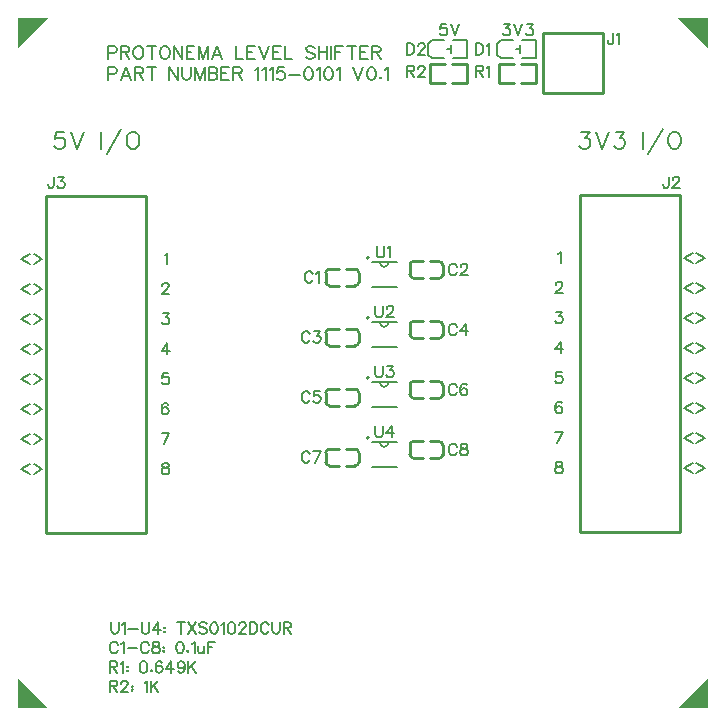
<source format=gto>
G04 Layer: TopSilkscreenLayer*
G04 Panelize: V-CUT, Column: 2, Row: 2, Board Size: 58.42mm x 58.42mm, Panelized Board Size: 118.84mm x 118.84mm*
G04 EasyEDA v6.5.34, 2023-09-17 23:44:37*
G04 cd246424f58644acbb11c68d5f65e239,5a6b42c53f6a479593ecc07194224c93,10*
G04 Gerber Generator version 0.2*
G04 Scale: 100 percent, Rotated: No, Reflected: No *
G04 Dimensions in millimeters *
G04 leading zeros omitted , absolute positions ,4 integer and 5 decimal *
%FSLAX45Y45*%
%MOMM*%

%ADD10C,0.1524*%
%ADD11C,0.2000*%
%ADD12C,0.2540*%
%ADD13C,0.1500*%

%LPD*%
D10*
X5506465Y4495037D02*
G01*
X5506465Y4422394D01*
X5501893Y4408678D01*
X5497322Y4404105D01*
X5488177Y4399534D01*
X5479288Y4399534D01*
X5470143Y4404105D01*
X5465572Y4408678D01*
X5461000Y4422394D01*
X5461000Y4431537D01*
X5541009Y4472431D02*
G01*
X5541009Y4477004D01*
X5545581Y4485894D01*
X5550154Y4490465D01*
X5559297Y4495037D01*
X5577331Y4495037D01*
X5586475Y4490465D01*
X5591047Y4485894D01*
X5595620Y4477004D01*
X5595620Y4467860D01*
X5591047Y4458715D01*
X5581904Y4445000D01*
X5536438Y4399534D01*
X5600191Y4399534D01*
X299465Y4495164D02*
G01*
X299465Y4422267D01*
X294894Y4408804D01*
X290321Y4404232D01*
X281178Y4399661D01*
X272287Y4399661D01*
X263144Y4404232D01*
X258571Y4408804D01*
X254000Y4422267D01*
X254000Y4431411D01*
X338581Y4495164D02*
G01*
X388620Y4495164D01*
X361187Y4458843D01*
X374904Y4458843D01*
X384047Y4454270D01*
X388620Y4449698D01*
X393192Y4435982D01*
X393192Y4426838D01*
X388620Y4413377D01*
X379476Y4404232D01*
X365760Y4399661D01*
X352297Y4399661D01*
X338581Y4404232D01*
X334010Y4408804D01*
X329437Y4417948D01*
D11*
X386587Y4875784D02*
G01*
X318515Y4875784D01*
X311657Y4814315D01*
X318515Y4821173D01*
X338836Y4828031D01*
X359410Y4828031D01*
X379729Y4821173D01*
X393445Y4807457D01*
X400304Y4787137D01*
X400304Y4773421D01*
X393445Y4753102D01*
X379729Y4739386D01*
X359410Y4732528D01*
X338836Y4732528D01*
X318515Y4739386D01*
X311657Y4746244D01*
X304800Y4759960D01*
X445262Y4875784D02*
G01*
X499871Y4732528D01*
X554228Y4875784D02*
G01*
X499871Y4732528D01*
X704342Y4875784D02*
G01*
X704342Y4732528D01*
X871981Y4902962D02*
G01*
X749300Y4684776D01*
X958087Y4875784D02*
G01*
X944371Y4868926D01*
X930655Y4855210D01*
X923797Y4841747D01*
X917194Y4821173D01*
X917194Y4787137D01*
X923797Y4766563D01*
X930655Y4753102D01*
X944371Y4739386D01*
X958087Y4732528D01*
X985265Y4732528D01*
X998981Y4739386D01*
X1012444Y4753102D01*
X1019302Y4766563D01*
X1026160Y4787137D01*
X1026160Y4821173D01*
X1019302Y4841747D01*
X1012444Y4855210D01*
X998981Y4868926D01*
X985265Y4875784D01*
X958087Y4875784D01*
X4763515Y4875784D02*
G01*
X4838445Y4875784D01*
X4797552Y4821173D01*
X4817872Y4821173D01*
X4831588Y4814315D01*
X4838445Y4807457D01*
X4845304Y4787137D01*
X4845304Y4773421D01*
X4838445Y4753102D01*
X4824729Y4739386D01*
X4804409Y4732528D01*
X4783836Y4732528D01*
X4763515Y4739386D01*
X4756658Y4746244D01*
X4749800Y4759960D01*
X4890261Y4875784D02*
G01*
X4944872Y4732528D01*
X4999227Y4875784D02*
G01*
X4944872Y4732528D01*
X5057902Y4875784D02*
G01*
X5133086Y4875784D01*
X5092191Y4821173D01*
X5112511Y4821173D01*
X5126227Y4814315D01*
X5133086Y4807457D01*
X5139690Y4787137D01*
X5139690Y4773421D01*
X5133086Y4753102D01*
X5119370Y4739386D01*
X5098795Y4732528D01*
X5078475Y4732528D01*
X5057902Y4739386D01*
X5051043Y4746244D01*
X5044440Y4759960D01*
X5289804Y4875784D02*
G01*
X5289804Y4732528D01*
X5457443Y4902962D02*
G01*
X5334761Y4684776D01*
X5543550Y4875784D02*
G01*
X5529834Y4868926D01*
X5516118Y4855210D01*
X5509259Y4841747D01*
X5502402Y4821173D01*
X5502402Y4787137D01*
X5509259Y4766563D01*
X5516118Y4753102D01*
X5529834Y4739386D01*
X5543550Y4732528D01*
X5570727Y4732528D01*
X5584443Y4739386D01*
X5597906Y4753102D01*
X5604763Y4766563D01*
X5611622Y4787137D01*
X5611622Y4821173D01*
X5604763Y4841747D01*
X5597906Y4855210D01*
X5584443Y4868926D01*
X5570727Y4875784D01*
X5543550Y4875784D01*
D10*
X4569211Y2082154D02*
G01*
X4555749Y2077582D01*
X4551177Y2068438D01*
X4551177Y2059294D01*
X4555749Y2050404D01*
X4564639Y2045832D01*
X4582927Y2041260D01*
X4596643Y2036688D01*
X4605787Y2027544D01*
X4610105Y2018400D01*
X4610105Y2004938D01*
X4605787Y1995794D01*
X4601215Y1991222D01*
X4587499Y1986650D01*
X4569211Y1986650D01*
X4555749Y1991222D01*
X4551177Y1995794D01*
X4546605Y2004938D01*
X4546605Y2018400D01*
X4551177Y2027544D01*
X4560321Y2036688D01*
X4573783Y2041260D01*
X4592071Y2045832D01*
X4601215Y2050404D01*
X4605787Y2059294D01*
X4605787Y2068438D01*
X4601215Y2077582D01*
X4587499Y2082154D01*
X4569211Y2082154D01*
X4610105Y2336154D02*
G01*
X4564639Y2240650D01*
X4546605Y2336154D02*
G01*
X4610105Y2336154D01*
X4601215Y2576438D02*
G01*
X4596643Y2585582D01*
X4582927Y2590154D01*
X4573783Y2590154D01*
X4560321Y2585582D01*
X4551177Y2571866D01*
X4546605Y2549260D01*
X4546605Y2526400D01*
X4551177Y2508366D01*
X4560321Y2499222D01*
X4573783Y2494650D01*
X4578355Y2494650D01*
X4592071Y2499222D01*
X4601215Y2508366D01*
X4605787Y2521828D01*
X4605787Y2526400D01*
X4601215Y2540116D01*
X4592071Y2549260D01*
X4578355Y2553832D01*
X4573783Y2553832D01*
X4560321Y2549260D01*
X4551177Y2540116D01*
X4546605Y2526400D01*
X4601215Y2844154D02*
G01*
X4555749Y2844154D01*
X4551177Y2803260D01*
X4555749Y2807832D01*
X4569211Y2812404D01*
X4582927Y2812404D01*
X4596643Y2807832D01*
X4605787Y2798688D01*
X4610105Y2784972D01*
X4610105Y2775828D01*
X4605787Y2762366D01*
X4596643Y2753222D01*
X4582927Y2748650D01*
X4569211Y2748650D01*
X4555749Y2753222D01*
X4551177Y2757794D01*
X4546605Y2766938D01*
X4592071Y3098154D02*
G01*
X4546605Y3034400D01*
X4614677Y3034400D01*
X4592071Y3098154D02*
G01*
X4592071Y3002650D01*
X4555749Y3352152D02*
G01*
X4605787Y3352152D01*
X4578355Y3315830D01*
X4592071Y3315830D01*
X4601215Y3311258D01*
X4605787Y3306686D01*
X4610105Y3292970D01*
X4610105Y3283826D01*
X4605787Y3270364D01*
X4596643Y3261220D01*
X4582927Y3256648D01*
X4569211Y3256648D01*
X4555749Y3261220D01*
X4551177Y3265792D01*
X4546605Y3274936D01*
X4551177Y3583292D02*
G01*
X4551177Y3587864D01*
X4555749Y3597008D01*
X4560321Y3601580D01*
X4569211Y3606152D01*
X4587499Y3606152D01*
X4596643Y3601580D01*
X4601215Y3597008D01*
X4605787Y3587864D01*
X4605787Y3578720D01*
X4601215Y3569830D01*
X4592071Y3556114D01*
X4546605Y3510648D01*
X4610105Y3510648D01*
X4572020Y3841882D02*
G01*
X4581164Y3846454D01*
X4594626Y3860170D01*
X4594626Y3764666D01*
X1238229Y2072248D02*
G01*
X1224767Y2067676D01*
X1220195Y2058532D01*
X1220195Y2049388D01*
X1224767Y2040498D01*
X1233657Y2035926D01*
X1251945Y2031354D01*
X1265661Y2026782D01*
X1274805Y2017638D01*
X1279123Y2008494D01*
X1279123Y1995032D01*
X1274805Y1985888D01*
X1270233Y1981316D01*
X1256517Y1976744D01*
X1238229Y1976744D01*
X1224767Y1981316D01*
X1220195Y1985888D01*
X1215623Y1995032D01*
X1215623Y2008494D01*
X1220195Y2017638D01*
X1229339Y2026782D01*
X1242801Y2031354D01*
X1261089Y2035926D01*
X1270233Y2040498D01*
X1274805Y2049388D01*
X1274805Y2058532D01*
X1270233Y2067676D01*
X1256517Y2072248D01*
X1238229Y2072248D01*
X1279123Y2326248D02*
G01*
X1233657Y2230744D01*
X1215623Y2326248D02*
G01*
X1279123Y2326248D01*
X1270233Y2566532D02*
G01*
X1265661Y2575676D01*
X1251945Y2580248D01*
X1242801Y2580248D01*
X1229339Y2575676D01*
X1220195Y2561960D01*
X1215623Y2539354D01*
X1215623Y2516494D01*
X1220195Y2498460D01*
X1229339Y2489316D01*
X1242801Y2484744D01*
X1247373Y2484744D01*
X1261089Y2489316D01*
X1270233Y2498460D01*
X1274805Y2511922D01*
X1274805Y2516494D01*
X1270233Y2530210D01*
X1261089Y2539354D01*
X1247373Y2543926D01*
X1242801Y2543926D01*
X1229339Y2539354D01*
X1220195Y2530210D01*
X1215623Y2516494D01*
X1270233Y2834248D02*
G01*
X1224767Y2834248D01*
X1220195Y2793354D01*
X1224767Y2797926D01*
X1238229Y2802498D01*
X1251945Y2802498D01*
X1265661Y2797926D01*
X1274805Y2788782D01*
X1279123Y2775066D01*
X1279123Y2765922D01*
X1274805Y2752460D01*
X1265661Y2743316D01*
X1251945Y2738744D01*
X1238229Y2738744D01*
X1224767Y2743316D01*
X1220195Y2747888D01*
X1215623Y2757032D01*
X1261089Y3088248D02*
G01*
X1215623Y3024494D01*
X1283695Y3024494D01*
X1261089Y3088248D02*
G01*
X1261089Y2992744D01*
X1224767Y3342246D02*
G01*
X1274805Y3342246D01*
X1247373Y3305924D01*
X1261089Y3305924D01*
X1270233Y3301352D01*
X1274805Y3296780D01*
X1279123Y3283064D01*
X1279123Y3273920D01*
X1274805Y3260458D01*
X1265661Y3251314D01*
X1251945Y3246742D01*
X1238229Y3246742D01*
X1224767Y3251314D01*
X1220195Y3255886D01*
X1215623Y3265030D01*
X1220195Y3573386D02*
G01*
X1220195Y3577958D01*
X1224767Y3587102D01*
X1229339Y3591674D01*
X1238229Y3596246D01*
X1256517Y3596246D01*
X1265661Y3591674D01*
X1270233Y3587102D01*
X1274805Y3577958D01*
X1274805Y3568814D01*
X1270233Y3559924D01*
X1261089Y3546208D01*
X1215623Y3500742D01*
X1279123Y3500742D01*
X1241038Y3831976D02*
G01*
X1250182Y3836548D01*
X1263644Y3850264D01*
X1263644Y3754760D01*
X762000Y5601715D02*
G01*
X762000Y5492750D01*
X762000Y5601715D02*
G01*
X808736Y5601715D01*
X824229Y5596636D01*
X829563Y5591302D01*
X834644Y5580887D01*
X834644Y5565394D01*
X829563Y5554979D01*
X824229Y5549900D01*
X808736Y5544565D01*
X762000Y5544565D01*
X868934Y5601715D02*
G01*
X868934Y5492750D01*
X868934Y5601715D02*
G01*
X915670Y5601715D01*
X931418Y5596636D01*
X936497Y5591302D01*
X941831Y5580887D01*
X941831Y5570473D01*
X936497Y5560060D01*
X931418Y5554979D01*
X915670Y5549900D01*
X868934Y5549900D01*
X905510Y5549900D02*
G01*
X941831Y5492750D01*
X1007110Y5601715D02*
G01*
X996950Y5596636D01*
X986536Y5586221D01*
X981202Y5575807D01*
X976121Y5560060D01*
X976121Y5534152D01*
X981202Y5518657D01*
X986536Y5508244D01*
X996950Y5497829D01*
X1007110Y5492750D01*
X1027937Y5492750D01*
X1038352Y5497829D01*
X1048765Y5508244D01*
X1054100Y5518657D01*
X1059179Y5534152D01*
X1059179Y5560060D01*
X1054100Y5575807D01*
X1048765Y5586221D01*
X1038352Y5596636D01*
X1027937Y5601715D01*
X1007110Y5601715D01*
X1129792Y5601715D02*
G01*
X1129792Y5492750D01*
X1093470Y5601715D02*
G01*
X1166113Y5601715D01*
X1231645Y5601715D02*
G01*
X1221231Y5596636D01*
X1210818Y5586221D01*
X1205737Y5575807D01*
X1200404Y5560060D01*
X1200404Y5534152D01*
X1205737Y5518657D01*
X1210818Y5508244D01*
X1221231Y5497829D01*
X1231645Y5492750D01*
X1252473Y5492750D01*
X1262887Y5497829D01*
X1273302Y5508244D01*
X1278381Y5518657D01*
X1283715Y5534152D01*
X1283715Y5560060D01*
X1278381Y5575807D01*
X1273302Y5586221D01*
X1262887Y5596636D01*
X1252473Y5601715D01*
X1231645Y5601715D01*
X1318005Y5601715D02*
G01*
X1318005Y5492750D01*
X1318005Y5601715D02*
G01*
X1390650Y5492750D01*
X1390650Y5601715D02*
G01*
X1390650Y5492750D01*
X1424939Y5601715D02*
G01*
X1424939Y5492750D01*
X1424939Y5601715D02*
G01*
X1492504Y5601715D01*
X1424939Y5549900D02*
G01*
X1466595Y5549900D01*
X1424939Y5492750D02*
G01*
X1492504Y5492750D01*
X1526794Y5601715D02*
G01*
X1526794Y5492750D01*
X1526794Y5601715D02*
G01*
X1568450Y5492750D01*
X1609852Y5601715D02*
G01*
X1568450Y5492750D01*
X1609852Y5601715D02*
G01*
X1609852Y5492750D01*
X1685797Y5601715D02*
G01*
X1644142Y5492750D01*
X1685797Y5601715D02*
G01*
X1727200Y5492750D01*
X1659889Y5529071D02*
G01*
X1711705Y5529071D01*
X1841500Y5601715D02*
G01*
X1841500Y5492750D01*
X1841500Y5492750D02*
G01*
X1903984Y5492750D01*
X1938274Y5601715D02*
G01*
X1938274Y5492750D01*
X1938274Y5601715D02*
G01*
X2005838Y5601715D01*
X1938274Y5549900D02*
G01*
X1979929Y5549900D01*
X1938274Y5492750D02*
G01*
X2005838Y5492750D01*
X2040127Y5601715D02*
G01*
X2081529Y5492750D01*
X2123186Y5601715D02*
G01*
X2081529Y5492750D01*
X2157475Y5601715D02*
G01*
X2157475Y5492750D01*
X2157475Y5601715D02*
G01*
X2225040Y5601715D01*
X2157475Y5549900D02*
G01*
X2199131Y5549900D01*
X2157475Y5492750D02*
G01*
X2225040Y5492750D01*
X2259329Y5601715D02*
G01*
X2259329Y5492750D01*
X2259329Y5492750D02*
G01*
X2321559Y5492750D01*
X2508758Y5586221D02*
G01*
X2498343Y5596636D01*
X2482850Y5601715D01*
X2462022Y5601715D01*
X2446274Y5596636D01*
X2435859Y5586221D01*
X2435859Y5575807D01*
X2441193Y5565394D01*
X2446274Y5560060D01*
X2456688Y5554979D01*
X2487929Y5544565D01*
X2498343Y5539486D01*
X2503424Y5534152D01*
X2508758Y5523737D01*
X2508758Y5508244D01*
X2498343Y5497829D01*
X2482850Y5492750D01*
X2462022Y5492750D01*
X2446274Y5497829D01*
X2435859Y5508244D01*
X2543047Y5601715D02*
G01*
X2543047Y5492750D01*
X2615691Y5601715D02*
G01*
X2615691Y5492750D01*
X2543047Y5549900D02*
G01*
X2615691Y5549900D01*
X2649981Y5601715D02*
G01*
X2649981Y5492750D01*
X2684272Y5601715D02*
G01*
X2684272Y5492750D01*
X2684272Y5601715D02*
G01*
X2751836Y5601715D01*
X2684272Y5549900D02*
G01*
X2725927Y5549900D01*
X2822447Y5601715D02*
G01*
X2822447Y5492750D01*
X2786125Y5601715D02*
G01*
X2858770Y5601715D01*
X2893059Y5601715D02*
G01*
X2893059Y5492750D01*
X2893059Y5601715D02*
G01*
X2960624Y5601715D01*
X2893059Y5549900D02*
G01*
X2934715Y5549900D01*
X2893059Y5492750D02*
G01*
X2960624Y5492750D01*
X2994913Y5601715D02*
G01*
X2994913Y5492750D01*
X2994913Y5601715D02*
G01*
X3041650Y5601715D01*
X3057397Y5596636D01*
X3062477Y5591302D01*
X3067811Y5580887D01*
X3067811Y5570473D01*
X3062477Y5560060D01*
X3057397Y5554979D01*
X3041650Y5549900D01*
X2994913Y5549900D01*
X3031490Y5549900D02*
G01*
X3067811Y5492750D01*
X762000Y5423915D02*
G01*
X762000Y5314950D01*
X762000Y5423915D02*
G01*
X808736Y5423915D01*
X824229Y5418836D01*
X829563Y5413502D01*
X834644Y5403087D01*
X834644Y5387594D01*
X829563Y5377179D01*
X824229Y5372100D01*
X808736Y5366765D01*
X762000Y5366765D01*
X910589Y5423915D02*
G01*
X868934Y5314950D01*
X910589Y5423915D02*
G01*
X952245Y5314950D01*
X884681Y5351271D02*
G01*
X936497Y5351271D01*
X986536Y5423915D02*
G01*
X986536Y5314950D01*
X986536Y5423915D02*
G01*
X1033271Y5423915D01*
X1048765Y5418836D01*
X1054100Y5413502D01*
X1059179Y5403087D01*
X1059179Y5392673D01*
X1054100Y5382260D01*
X1048765Y5377179D01*
X1033271Y5372100D01*
X986536Y5372100D01*
X1022857Y5372100D02*
G01*
X1059179Y5314950D01*
X1129792Y5423915D02*
G01*
X1129792Y5314950D01*
X1093470Y5423915D02*
G01*
X1166113Y5423915D01*
X1280413Y5423915D02*
G01*
X1280413Y5314950D01*
X1280413Y5423915D02*
G01*
X1353312Y5314950D01*
X1353312Y5423915D02*
G01*
X1353312Y5314950D01*
X1387602Y5423915D02*
G01*
X1387602Y5345937D01*
X1392681Y5330444D01*
X1403095Y5320029D01*
X1418589Y5314950D01*
X1429004Y5314950D01*
X1444752Y5320029D01*
X1455165Y5330444D01*
X1460245Y5345937D01*
X1460245Y5423915D01*
X1494536Y5423915D02*
G01*
X1494536Y5314950D01*
X1494536Y5423915D02*
G01*
X1536192Y5314950D01*
X1577594Y5423915D02*
G01*
X1536192Y5314950D01*
X1577594Y5423915D02*
G01*
X1577594Y5314950D01*
X1611884Y5423915D02*
G01*
X1611884Y5314950D01*
X1611884Y5423915D02*
G01*
X1658620Y5423915D01*
X1674368Y5418836D01*
X1679447Y5413502D01*
X1684781Y5403087D01*
X1684781Y5392673D01*
X1679447Y5382260D01*
X1674368Y5377179D01*
X1658620Y5372100D01*
X1611884Y5372100D02*
G01*
X1658620Y5372100D01*
X1674368Y5366765D01*
X1679447Y5361686D01*
X1684781Y5351271D01*
X1684781Y5335523D01*
X1679447Y5325110D01*
X1674368Y5320029D01*
X1658620Y5314950D01*
X1611884Y5314950D01*
X1719071Y5423915D02*
G01*
X1719071Y5314950D01*
X1719071Y5423915D02*
G01*
X1786636Y5423915D01*
X1719071Y5372100D02*
G01*
X1760473Y5372100D01*
X1719071Y5314950D02*
G01*
X1786636Y5314950D01*
X1820926Y5423915D02*
G01*
X1820926Y5314950D01*
X1820926Y5423915D02*
G01*
X1867662Y5423915D01*
X1883155Y5418836D01*
X1888489Y5413502D01*
X1893570Y5403087D01*
X1893570Y5392673D01*
X1888489Y5382260D01*
X1883155Y5377179D01*
X1867662Y5372100D01*
X1820926Y5372100D01*
X1857247Y5372100D02*
G01*
X1893570Y5314950D01*
X2007870Y5403087D02*
G01*
X2018284Y5408421D01*
X2033777Y5423915D01*
X2033777Y5314950D01*
X2068068Y5403087D02*
G01*
X2078481Y5408421D01*
X2094229Y5423915D01*
X2094229Y5314950D01*
X2128520Y5403087D02*
G01*
X2138679Y5408421D01*
X2154427Y5423915D01*
X2154427Y5314950D01*
X2250947Y5423915D02*
G01*
X2199131Y5423915D01*
X2193797Y5377179D01*
X2199131Y5382260D01*
X2214625Y5387594D01*
X2230120Y5387594D01*
X2245868Y5382260D01*
X2256281Y5372100D01*
X2261361Y5356352D01*
X2261361Y5345937D01*
X2256281Y5330444D01*
X2245868Y5320029D01*
X2230120Y5314950D01*
X2214625Y5314950D01*
X2199131Y5320029D01*
X2193797Y5325110D01*
X2188718Y5335523D01*
X2295652Y5361686D02*
G01*
X2389124Y5361686D01*
X2454656Y5423915D02*
G01*
X2439161Y5418836D01*
X2428747Y5403087D01*
X2423413Y5377179D01*
X2423413Y5361686D01*
X2428747Y5335523D01*
X2439161Y5320029D01*
X2454656Y5314950D01*
X2465070Y5314950D01*
X2480563Y5320029D01*
X2490977Y5335523D01*
X2496311Y5361686D01*
X2496311Y5377179D01*
X2490977Y5403087D01*
X2480563Y5418836D01*
X2465070Y5423915D01*
X2454656Y5423915D01*
X2530602Y5403087D02*
G01*
X2541015Y5408421D01*
X2556509Y5423915D01*
X2556509Y5314950D01*
X2622041Y5423915D02*
G01*
X2606293Y5418836D01*
X2595879Y5403087D01*
X2590800Y5377179D01*
X2590800Y5361686D01*
X2595879Y5335523D01*
X2606293Y5320029D01*
X2622041Y5314950D01*
X2632456Y5314950D01*
X2647950Y5320029D01*
X2658363Y5335523D01*
X2663443Y5361686D01*
X2663443Y5377179D01*
X2658363Y5403087D01*
X2647950Y5418836D01*
X2632456Y5423915D01*
X2622041Y5423915D01*
X2697734Y5403087D02*
G01*
X2708147Y5408421D01*
X2723895Y5423915D01*
X2723895Y5314950D01*
X2838195Y5423915D02*
G01*
X2879597Y5314950D01*
X2921254Y5423915D02*
G01*
X2879597Y5314950D01*
X2986786Y5423915D02*
G01*
X2971038Y5418836D01*
X2960624Y5403087D01*
X2955543Y5377179D01*
X2955543Y5361686D01*
X2960624Y5335523D01*
X2971038Y5320029D01*
X2986786Y5314950D01*
X2997200Y5314950D01*
X3012693Y5320029D01*
X3023108Y5335523D01*
X3028188Y5361686D01*
X3028188Y5377179D01*
X3023108Y5403087D01*
X3012693Y5418836D01*
X2997200Y5423915D01*
X2986786Y5423915D01*
X3067811Y5340857D02*
G01*
X3062477Y5335523D01*
X3067811Y5330444D01*
X3072891Y5335523D01*
X3067811Y5340857D01*
X3107181Y5403087D02*
G01*
X3117595Y5408421D01*
X3133090Y5423915D01*
X3133090Y5314950D01*
X5711469Y3846423D02*
G01*
X5638825Y3805529D01*
X5711469Y3764635D01*
X5741441Y3846423D02*
G01*
X5814339Y3805529D01*
X5741441Y3764635D01*
X130581Y3760952D02*
G01*
X203225Y3801846D01*
X130581Y3842740D01*
X100355Y3760952D02*
G01*
X27711Y3801846D01*
X100355Y3842740D01*
X3623309Y5790437D02*
G01*
X3577843Y5790437D01*
X3573272Y5749544D01*
X3577843Y5754115D01*
X3591306Y5758687D01*
X3605022Y5758687D01*
X3618738Y5754115D01*
X3627881Y5744971D01*
X3632454Y5731510D01*
X3632454Y5722365D01*
X3627881Y5708650D01*
X3618738Y5699505D01*
X3605022Y5694934D01*
X3591306Y5694934D01*
X3577843Y5699505D01*
X3573272Y5704078D01*
X3568700Y5713221D01*
X3662425Y5790437D02*
G01*
X3698747Y5694934D01*
X3735070Y5790437D02*
G01*
X3698747Y5694934D01*
X4111243Y5790437D02*
G01*
X4161281Y5790437D01*
X4133850Y5754115D01*
X4147565Y5754115D01*
X4156709Y5749544D01*
X4161281Y5744971D01*
X4165854Y5731510D01*
X4165854Y5722365D01*
X4161281Y5708650D01*
X4152138Y5699505D01*
X4138422Y5694934D01*
X4124706Y5694934D01*
X4111243Y5699505D01*
X4106672Y5704078D01*
X4102100Y5713221D01*
X4195825Y5790437D02*
G01*
X4232147Y5694934D01*
X4268470Y5790437D02*
G01*
X4232147Y5694934D01*
X4307586Y5790437D02*
G01*
X4357624Y5790437D01*
X4330191Y5754115D01*
X4343908Y5754115D01*
X4353052Y5749544D01*
X4357624Y5744971D01*
X4362195Y5731510D01*
X4362195Y5722365D01*
X4357624Y5708650D01*
X4348479Y5699505D01*
X4334763Y5694934D01*
X4321302Y5694934D01*
X4307586Y5699505D01*
X4303013Y5704078D01*
X4298441Y5713221D01*
X5036565Y5714237D02*
G01*
X5036565Y5641594D01*
X5031993Y5627878D01*
X5027422Y5623305D01*
X5018277Y5618734D01*
X5009388Y5618734D01*
X5000243Y5623305D01*
X4995672Y5627878D01*
X4991100Y5641594D01*
X4991100Y5650737D01*
X5066538Y5696204D02*
G01*
X5075681Y5700776D01*
X5089397Y5714237D01*
X5089397Y5618734D01*
X5711469Y3592423D02*
G01*
X5638825Y3551529D01*
X5711469Y3510635D01*
X5741441Y3592423D02*
G01*
X5814339Y3551529D01*
X5741441Y3510635D01*
X5711469Y3338423D02*
G01*
X5638825Y3297529D01*
X5711469Y3256635D01*
X5741441Y3338423D02*
G01*
X5814339Y3297529D01*
X5741441Y3256635D01*
X5711469Y3084423D02*
G01*
X5638825Y3043529D01*
X5711469Y3002635D01*
X5741441Y3084423D02*
G01*
X5814339Y3043529D01*
X5741441Y3002635D01*
X5711469Y2830423D02*
G01*
X5638825Y2789529D01*
X5711469Y2748635D01*
X5741441Y2830423D02*
G01*
X5814339Y2789529D01*
X5741441Y2748635D01*
X5711469Y2576423D02*
G01*
X5638825Y2535529D01*
X5711469Y2494635D01*
X5741441Y2576423D02*
G01*
X5814339Y2535529D01*
X5741441Y2494635D01*
X5711469Y2322423D02*
G01*
X5638825Y2281529D01*
X5711469Y2240635D01*
X5741441Y2322423D02*
G01*
X5814339Y2281529D01*
X5741441Y2240635D01*
X5711469Y2068423D02*
G01*
X5638825Y2027529D01*
X5711469Y1986635D01*
X5741441Y2068423D02*
G01*
X5814339Y2027529D01*
X5741441Y1986635D01*
X130581Y3506952D02*
G01*
X203225Y3547846D01*
X130581Y3588740D01*
X100355Y3506952D02*
G01*
X27711Y3547846D01*
X100355Y3588740D01*
X130581Y3252952D02*
G01*
X203225Y3293846D01*
X130581Y3334740D01*
X100355Y3252952D02*
G01*
X27711Y3293846D01*
X100355Y3334740D01*
X130581Y2998952D02*
G01*
X203225Y3039846D01*
X130581Y3080740D01*
X100355Y2998952D02*
G01*
X27711Y3039846D01*
X100355Y3080740D01*
X130581Y2744952D02*
G01*
X203225Y2785846D01*
X130581Y2826740D01*
X100355Y2744952D02*
G01*
X27711Y2785846D01*
X100355Y2826740D01*
X130581Y2490952D02*
G01*
X203225Y2531846D01*
X130581Y2572740D01*
X100355Y2490952D02*
G01*
X27711Y2531846D01*
X100355Y2572740D01*
X130581Y2236952D02*
G01*
X203225Y2277846D01*
X130581Y2318740D01*
X100355Y2236952D02*
G01*
X27711Y2277846D01*
X100355Y2318740D01*
X130581Y1982952D02*
G01*
X203225Y2023846D01*
X130581Y2064740D01*
X100355Y1982952D02*
G01*
X27711Y2023846D01*
X100355Y2064740D01*
X787400Y723137D02*
G01*
X787400Y655065D01*
X791971Y641350D01*
X801115Y632205D01*
X814578Y627634D01*
X823721Y627634D01*
X837437Y632205D01*
X846581Y641350D01*
X851154Y655065D01*
X851154Y723137D01*
X881126Y705104D02*
G01*
X890015Y709676D01*
X903731Y723137D01*
X903731Y627634D01*
X933704Y668781D02*
G01*
X1015492Y668781D01*
X1045463Y723137D02*
G01*
X1045463Y655065D01*
X1050036Y641350D01*
X1059179Y632205D01*
X1072895Y627634D01*
X1082039Y627634D01*
X1095502Y632205D01*
X1104645Y641350D01*
X1109218Y655065D01*
X1109218Y723137D01*
X1184655Y723137D02*
G01*
X1139189Y659637D01*
X1207515Y659637D01*
X1184655Y723137D02*
G01*
X1184655Y627634D01*
X1242060Y682244D02*
G01*
X1237487Y677671D01*
X1242060Y673100D01*
X1246378Y677671D01*
X1242060Y682244D01*
X1242060Y650494D02*
G01*
X1237487Y645921D01*
X1242060Y641350D01*
X1246378Y645921D01*
X1242060Y650494D01*
X1378204Y723137D02*
G01*
X1378204Y627634D01*
X1346454Y723137D02*
G01*
X1410207Y723137D01*
X1440179Y723137D02*
G01*
X1503679Y627634D01*
X1503679Y723137D02*
G01*
X1440179Y627634D01*
X1597405Y709676D02*
G01*
X1588262Y718565D01*
X1574545Y723137D01*
X1556512Y723137D01*
X1542795Y718565D01*
X1533652Y709676D01*
X1533652Y700531D01*
X1538223Y691387D01*
X1542795Y686815D01*
X1551939Y682244D01*
X1579118Y673100D01*
X1588262Y668781D01*
X1592834Y664210D01*
X1597405Y655065D01*
X1597405Y641350D01*
X1588262Y632205D01*
X1574545Y627634D01*
X1556512Y627634D01*
X1542795Y632205D01*
X1533652Y641350D01*
X1654555Y723137D02*
G01*
X1641094Y718565D01*
X1631950Y705104D01*
X1627378Y682244D01*
X1627378Y668781D01*
X1631950Y645921D01*
X1641094Y632205D01*
X1654555Y627634D01*
X1663700Y627634D01*
X1677415Y632205D01*
X1686560Y645921D01*
X1691131Y668781D01*
X1691131Y682244D01*
X1686560Y705104D01*
X1677415Y718565D01*
X1663700Y723137D01*
X1654555Y723137D01*
X1721104Y705104D02*
G01*
X1730247Y709676D01*
X1743710Y723137D01*
X1743710Y627634D01*
X1801113Y723137D02*
G01*
X1787397Y718565D01*
X1778254Y705104D01*
X1773681Y682244D01*
X1773681Y668781D01*
X1778254Y645921D01*
X1787397Y632205D01*
X1801113Y627634D01*
X1810004Y627634D01*
X1823720Y632205D01*
X1832863Y645921D01*
X1837436Y668781D01*
X1837436Y682244D01*
X1832863Y705104D01*
X1823720Y718565D01*
X1810004Y723137D01*
X1801113Y723137D01*
X1871979Y700531D02*
G01*
X1871979Y705104D01*
X1876552Y713994D01*
X1881123Y718565D01*
X1890013Y723137D01*
X1908302Y723137D01*
X1917445Y718565D01*
X1922018Y713994D01*
X1926589Y705104D01*
X1926589Y695960D01*
X1922018Y686815D01*
X1912873Y673100D01*
X1867407Y627634D01*
X1930908Y627634D01*
X1961134Y723137D02*
G01*
X1961134Y627634D01*
X1961134Y723137D02*
G01*
X1992884Y723137D01*
X2006600Y718565D01*
X2015490Y709676D01*
X2020061Y700531D01*
X2024634Y686815D01*
X2024634Y664210D01*
X2020061Y650494D01*
X2015490Y641350D01*
X2006600Y632205D01*
X1992884Y627634D01*
X1961134Y627634D01*
X2122931Y700531D02*
G01*
X2118359Y709676D01*
X2109215Y718565D01*
X2100072Y723137D01*
X2082038Y723137D01*
X2072893Y718565D01*
X2063750Y709676D01*
X2059177Y700531D01*
X2054606Y686815D01*
X2054606Y664210D01*
X2059177Y650494D01*
X2063750Y641350D01*
X2072893Y632205D01*
X2082038Y627634D01*
X2100072Y627634D01*
X2109215Y632205D01*
X2118359Y641350D01*
X2122931Y650494D01*
X2152904Y723137D02*
G01*
X2152904Y655065D01*
X2157475Y641350D01*
X2166365Y632205D01*
X2180081Y627634D01*
X2189225Y627634D01*
X2202941Y632205D01*
X2211831Y641350D01*
X2216404Y655065D01*
X2216404Y723137D01*
X2246375Y723137D02*
G01*
X2246375Y627634D01*
X2246375Y723137D02*
G01*
X2287524Y723137D01*
X2300986Y718565D01*
X2305558Y713994D01*
X2310129Y705104D01*
X2310129Y695960D01*
X2305558Y686815D01*
X2300986Y682244D01*
X2287524Y677671D01*
X2246375Y677671D01*
X2278379Y677671D02*
G01*
X2310129Y627634D01*
X842771Y535431D02*
G01*
X838454Y544576D01*
X829310Y553465D01*
X820165Y558037D01*
X801878Y558037D01*
X792987Y553465D01*
X783844Y544576D01*
X779271Y535431D01*
X774700Y521715D01*
X774700Y499110D01*
X779271Y485394D01*
X783844Y476250D01*
X792987Y467105D01*
X801878Y462534D01*
X820165Y462534D01*
X829310Y467105D01*
X838454Y476250D01*
X842771Y485394D01*
X872997Y540004D02*
G01*
X881887Y544576D01*
X895604Y558037D01*
X895604Y462534D01*
X925576Y503681D02*
G01*
X1007363Y503681D01*
X1105662Y535431D02*
G01*
X1101089Y544576D01*
X1091945Y553465D01*
X1082802Y558037D01*
X1064768Y558037D01*
X1055623Y553465D01*
X1046479Y544576D01*
X1041907Y535431D01*
X1037336Y521715D01*
X1037336Y499110D01*
X1041907Y485394D01*
X1046479Y476250D01*
X1055623Y467105D01*
X1064768Y462534D01*
X1082802Y462534D01*
X1091945Y467105D01*
X1101089Y476250D01*
X1105662Y485394D01*
X1158239Y558037D02*
G01*
X1144778Y553465D01*
X1140205Y544576D01*
X1140205Y535431D01*
X1144778Y526287D01*
X1153668Y521715D01*
X1171955Y517144D01*
X1185671Y512571D01*
X1194815Y503681D01*
X1199134Y494537D01*
X1199134Y480821D01*
X1194815Y471678D01*
X1190244Y467105D01*
X1176528Y462534D01*
X1158239Y462534D01*
X1144778Y467105D01*
X1140205Y471678D01*
X1135634Y480821D01*
X1135634Y494537D01*
X1140205Y503681D01*
X1149350Y512571D01*
X1162812Y517144D01*
X1181100Y521715D01*
X1190244Y526287D01*
X1194815Y535431D01*
X1194815Y544576D01*
X1190244Y553465D01*
X1176528Y558037D01*
X1158239Y558037D01*
X1233678Y517144D02*
G01*
X1229360Y512571D01*
X1233678Y508000D01*
X1238250Y512571D01*
X1233678Y517144D01*
X1233678Y485394D02*
G01*
X1229360Y480821D01*
X1233678Y476250D01*
X1238250Y480821D01*
X1233678Y485394D01*
X1365504Y558037D02*
G01*
X1352042Y553465D01*
X1342897Y540004D01*
X1338326Y517144D01*
X1338326Y503681D01*
X1342897Y480821D01*
X1352042Y467105D01*
X1365504Y462534D01*
X1374647Y462534D01*
X1388363Y467105D01*
X1397507Y480821D01*
X1402079Y503681D01*
X1402079Y517144D01*
X1397507Y540004D01*
X1388363Y553465D01*
X1374647Y558037D01*
X1365504Y558037D01*
X1436623Y485394D02*
G01*
X1432052Y480821D01*
X1436623Y476250D01*
X1440942Y480821D01*
X1436623Y485394D01*
X1471168Y540004D02*
G01*
X1480057Y544576D01*
X1493773Y558037D01*
X1493773Y462534D01*
X1523745Y526287D02*
G01*
X1523745Y480821D01*
X1528318Y467105D01*
X1537462Y462534D01*
X1551178Y462534D01*
X1560068Y467105D01*
X1573784Y480821D01*
X1573784Y526287D02*
G01*
X1573784Y462534D01*
X1603755Y558037D02*
G01*
X1603755Y462534D01*
X1603755Y558037D02*
G01*
X1662937Y558037D01*
X1603755Y512571D02*
G01*
X1640078Y512571D01*
X774700Y392937D02*
G01*
X774700Y297434D01*
X774700Y392937D02*
G01*
X815594Y392937D01*
X829310Y388365D01*
X833881Y383794D01*
X838454Y374904D01*
X838454Y365760D01*
X833881Y356615D01*
X829310Y352044D01*
X815594Y347471D01*
X774700Y347471D01*
X806450Y347471D02*
G01*
X838454Y297434D01*
X868426Y374904D02*
G01*
X877315Y379476D01*
X891031Y392937D01*
X891031Y297434D01*
X925576Y352044D02*
G01*
X921004Y347471D01*
X925576Y342900D01*
X930147Y347471D01*
X925576Y352044D01*
X925576Y320294D02*
G01*
X921004Y315721D01*
X925576Y311150D01*
X930147Y315721D01*
X925576Y320294D01*
X1057402Y392937D02*
G01*
X1043686Y388365D01*
X1034795Y374904D01*
X1030223Y352044D01*
X1030223Y338581D01*
X1034795Y315721D01*
X1043686Y302005D01*
X1057402Y297434D01*
X1066545Y297434D01*
X1080262Y302005D01*
X1089152Y315721D01*
X1093723Y338581D01*
X1093723Y352044D01*
X1089152Y374904D01*
X1080262Y388365D01*
X1066545Y392937D01*
X1057402Y392937D01*
X1128268Y320294D02*
G01*
X1123695Y315721D01*
X1128268Y311150D01*
X1132839Y315721D01*
X1128268Y320294D01*
X1217421Y379476D02*
G01*
X1212850Y388365D01*
X1199134Y392937D01*
X1190244Y392937D01*
X1176528Y388365D01*
X1167384Y374904D01*
X1162812Y352044D01*
X1162812Y329437D01*
X1167384Y311150D01*
X1176528Y302005D01*
X1190244Y297434D01*
X1194815Y297434D01*
X1208278Y302005D01*
X1217421Y311150D01*
X1221994Y324865D01*
X1221994Y329437D01*
X1217421Y342900D01*
X1208278Y352044D01*
X1194815Y356615D01*
X1190244Y356615D01*
X1176528Y352044D01*
X1167384Y342900D01*
X1162812Y329437D01*
X1297431Y392937D02*
G01*
X1251965Y329437D01*
X1320037Y329437D01*
X1297431Y392937D02*
G01*
X1297431Y297434D01*
X1409192Y361187D02*
G01*
X1404620Y347471D01*
X1395729Y338581D01*
X1382013Y334010D01*
X1377442Y334010D01*
X1363726Y338581D01*
X1354581Y347471D01*
X1350263Y361187D01*
X1350263Y365760D01*
X1354581Y379476D01*
X1363726Y388365D01*
X1377442Y392937D01*
X1382013Y392937D01*
X1395729Y388365D01*
X1404620Y379476D01*
X1409192Y361187D01*
X1409192Y338581D01*
X1404620Y315721D01*
X1395729Y302005D01*
X1382013Y297434D01*
X1372870Y297434D01*
X1359154Y302005D01*
X1354581Y311150D01*
X1439163Y392937D02*
G01*
X1439163Y297434D01*
X1502918Y392937D02*
G01*
X1439163Y329437D01*
X1462023Y352044D02*
G01*
X1502918Y297434D01*
X774700Y227837D02*
G01*
X774700Y132334D01*
X774700Y227837D02*
G01*
X815594Y227837D01*
X829310Y223265D01*
X833881Y218694D01*
X838454Y209804D01*
X838454Y200660D01*
X833881Y191515D01*
X829310Y186944D01*
X815594Y182371D01*
X774700Y182371D01*
X806450Y182371D02*
G01*
X838454Y132334D01*
X872997Y205231D02*
G01*
X872997Y209804D01*
X877315Y218694D01*
X881887Y223265D01*
X891031Y227837D01*
X909320Y227837D01*
X918210Y223265D01*
X922781Y218694D01*
X927354Y209804D01*
X927354Y200660D01*
X922781Y191515D01*
X913892Y177800D01*
X868426Y132334D01*
X931926Y132334D01*
X966470Y186944D02*
G01*
X961897Y182371D01*
X966470Y177800D01*
X971042Y182371D01*
X966470Y186944D01*
X966470Y155194D02*
G01*
X961897Y150621D01*
X966470Y146050D01*
X971042Y150621D01*
X966470Y155194D01*
X1071118Y209804D02*
G01*
X1080262Y214376D01*
X1093723Y227837D01*
X1093723Y132334D01*
X1123695Y227837D02*
G01*
X1123695Y132334D01*
X1187450Y227837D02*
G01*
X1123695Y164337D01*
X1146555Y186944D02*
G01*
X1187450Y132334D01*
X3035228Y3910964D02*
G01*
X3035228Y3842638D01*
X3039800Y3829177D01*
X3048944Y3820032D01*
X3062660Y3815461D01*
X3071550Y3815461D01*
X3085266Y3820032D01*
X3094410Y3829177D01*
X3098982Y3842638D01*
X3098982Y3910964D01*
X3128954Y3892677D02*
G01*
X3138098Y3897248D01*
X3151560Y3910964D01*
X3151560Y3815461D01*
X3022521Y3402827D02*
G01*
X3022521Y3334755D01*
X3027093Y3321039D01*
X3036237Y3311895D01*
X3049953Y3307577D01*
X3058843Y3307577D01*
X3072559Y3311895D01*
X3081703Y3321039D01*
X3086275Y3334755D01*
X3086275Y3402827D01*
X3120819Y3380221D02*
G01*
X3120819Y3384793D01*
X3125391Y3393937D01*
X3129963Y3398255D01*
X3138853Y3402827D01*
X3157141Y3402827D01*
X3166285Y3398255D01*
X3170857Y3393937D01*
X3175429Y3384793D01*
X3175429Y3375649D01*
X3170857Y3366505D01*
X3161713Y3352789D01*
X3116247Y3307577D01*
X3179747Y3307577D01*
X3022521Y2894827D02*
G01*
X3022521Y2826755D01*
X3027093Y2813039D01*
X3036237Y2803895D01*
X3049953Y2799577D01*
X3058843Y2799577D01*
X3072559Y2803895D01*
X3081703Y2813039D01*
X3086275Y2826755D01*
X3086275Y2894827D01*
X3125391Y2894827D02*
G01*
X3175429Y2894827D01*
X3147997Y2858505D01*
X3161713Y2858505D01*
X3170857Y2853933D01*
X3175429Y2849361D01*
X3179747Y2835899D01*
X3179747Y2826755D01*
X3175429Y2813039D01*
X3166285Y2803895D01*
X3152569Y2799577D01*
X3138853Y2799577D01*
X3125391Y2803895D01*
X3120819Y2808467D01*
X3116247Y2817611D01*
X3022495Y2386827D02*
G01*
X3022495Y2318755D01*
X3027067Y2305039D01*
X3036211Y2295895D01*
X3049927Y2291577D01*
X3059071Y2291577D01*
X3072533Y2295895D01*
X3081677Y2305039D01*
X3086249Y2318755D01*
X3086249Y2386827D01*
X3161687Y2386827D02*
G01*
X3116221Y2323327D01*
X3184293Y2323327D01*
X3161687Y2386827D02*
G01*
X3161687Y2291577D01*
X3873500Y5434837D02*
G01*
X3873500Y5339334D01*
X3873500Y5434837D02*
G01*
X3914393Y5434837D01*
X3928109Y5430265D01*
X3932681Y5425694D01*
X3937254Y5416804D01*
X3937254Y5407660D01*
X3932681Y5398515D01*
X3928109Y5393944D01*
X3914393Y5389371D01*
X3873500Y5389371D01*
X3905250Y5389371D02*
G01*
X3937254Y5339334D01*
X3967225Y5416804D02*
G01*
X3976115Y5421376D01*
X3989831Y5434837D01*
X3989831Y5339334D01*
X3873500Y5625337D02*
G01*
X3873500Y5529834D01*
X3873500Y5625337D02*
G01*
X3905250Y5625337D01*
X3918965Y5620765D01*
X3928109Y5611876D01*
X3932681Y5602731D01*
X3937254Y5589015D01*
X3937254Y5566410D01*
X3932681Y5552694D01*
X3928109Y5543550D01*
X3918965Y5534405D01*
X3905250Y5529834D01*
X3873500Y5529834D01*
X3967225Y5607304D02*
G01*
X3976115Y5611876D01*
X3989831Y5625337D01*
X3989831Y5529834D01*
X3289300Y5625337D02*
G01*
X3289300Y5529834D01*
X3289300Y5625337D02*
G01*
X3321050Y5625337D01*
X3334765Y5620765D01*
X3343909Y5611876D01*
X3348481Y5602731D01*
X3353054Y5589015D01*
X3353054Y5566410D01*
X3348481Y5552694D01*
X3343909Y5543550D01*
X3334765Y5534405D01*
X3321050Y5529834D01*
X3289300Y5529834D01*
X3387597Y5602731D02*
G01*
X3387597Y5607304D01*
X3391915Y5616194D01*
X3396488Y5620765D01*
X3405631Y5625337D01*
X3423920Y5625337D01*
X3432809Y5620765D01*
X3437381Y5616194D01*
X3441954Y5607304D01*
X3441954Y5598160D01*
X3437381Y5589015D01*
X3428491Y5575300D01*
X3383025Y5529834D01*
X3446525Y5529834D01*
X3289300Y5434888D02*
G01*
X3289300Y5339384D01*
X3289300Y5434888D02*
G01*
X3330193Y5434888D01*
X3343909Y5430316D01*
X3348481Y5425744D01*
X3353054Y5416600D01*
X3353054Y5407710D01*
X3348481Y5398566D01*
X3343909Y5393994D01*
X3330193Y5389422D01*
X3289300Y5389422D01*
X3321050Y5389422D02*
G01*
X3353054Y5339384D01*
X3387597Y5412282D02*
G01*
X3387597Y5416600D01*
X3391915Y5425744D01*
X3396488Y5430316D01*
X3405631Y5434888D01*
X3423920Y5434888D01*
X3432809Y5430316D01*
X3437381Y5425744D01*
X3441954Y5416600D01*
X3441954Y5407710D01*
X3437381Y5398566D01*
X3428491Y5384850D01*
X3383025Y5339384D01*
X3446525Y5339384D01*
X3712972Y3735831D02*
G01*
X3708654Y3744976D01*
X3699509Y3753865D01*
X3690365Y3758437D01*
X3672077Y3758437D01*
X3663188Y3753865D01*
X3654043Y3744976D01*
X3649472Y3735831D01*
X3644900Y3722115D01*
X3644900Y3699510D01*
X3649472Y3685794D01*
X3654043Y3676650D01*
X3663188Y3667505D01*
X3672077Y3662934D01*
X3690365Y3662934D01*
X3699509Y3667505D01*
X3708654Y3676650D01*
X3712972Y3685794D01*
X3747515Y3735831D02*
G01*
X3747515Y3740404D01*
X3752088Y3749294D01*
X3756659Y3753865D01*
X3765804Y3758437D01*
X3784091Y3758437D01*
X3792981Y3753865D01*
X3797554Y3749294D01*
X3802125Y3740404D01*
X3802125Y3731260D01*
X3797554Y3722115D01*
X3788409Y3708400D01*
X3743197Y3662934D01*
X3806697Y3662934D01*
X2493772Y3672331D02*
G01*
X2489454Y3681476D01*
X2480309Y3690365D01*
X2471165Y3694937D01*
X2452877Y3694937D01*
X2443988Y3690365D01*
X2434843Y3681476D01*
X2430272Y3672331D01*
X2425700Y3658615D01*
X2425700Y3636010D01*
X2430272Y3622294D01*
X2434843Y3613150D01*
X2443988Y3604005D01*
X2452877Y3599434D01*
X2471165Y3599434D01*
X2480309Y3604005D01*
X2489454Y3613150D01*
X2493772Y3622294D01*
X2523997Y3676904D02*
G01*
X2532888Y3681476D01*
X2546604Y3694937D01*
X2546604Y3599434D01*
X2468397Y3164331D02*
G01*
X2463825Y3173476D01*
X2454935Y3182365D01*
X2445791Y3186937D01*
X2427503Y3186937D01*
X2418359Y3182365D01*
X2409469Y3173476D01*
X2404897Y3164331D01*
X2400325Y3150615D01*
X2400325Y3128010D01*
X2404897Y3114294D01*
X2409469Y3105150D01*
X2418359Y3096005D01*
X2427503Y3091434D01*
X2445791Y3091434D01*
X2454935Y3096005D01*
X2463825Y3105150D01*
X2468397Y3114294D01*
X2507513Y3186937D02*
G01*
X2557551Y3186937D01*
X2530373Y3150615D01*
X2543835Y3150615D01*
X2552979Y3146044D01*
X2557551Y3141471D01*
X2562123Y3128010D01*
X2562123Y3118865D01*
X2557551Y3105150D01*
X2548407Y3096005D01*
X2534945Y3091434D01*
X2521229Y3091434D01*
X2507513Y3096005D01*
X2502941Y3100578D01*
X2498369Y3109721D01*
X3712997Y3227831D02*
G01*
X3708425Y3236976D01*
X3699535Y3245865D01*
X3690391Y3250437D01*
X3672103Y3250437D01*
X3662959Y3245865D01*
X3654069Y3236976D01*
X3649497Y3227831D01*
X3644925Y3214115D01*
X3644925Y3191510D01*
X3649497Y3177794D01*
X3654069Y3168650D01*
X3662959Y3159505D01*
X3672103Y3154934D01*
X3690391Y3154934D01*
X3699535Y3159505D01*
X3708425Y3168650D01*
X3712997Y3177794D01*
X3788435Y3250437D02*
G01*
X3742969Y3186937D01*
X3811295Y3186937D01*
X3788435Y3250437D02*
G01*
X3788435Y3154934D01*
X2468397Y2656331D02*
G01*
X2463825Y2665476D01*
X2454935Y2674365D01*
X2445791Y2678937D01*
X2427503Y2678937D01*
X2418359Y2674365D01*
X2409469Y2665476D01*
X2404897Y2656331D01*
X2400325Y2642615D01*
X2400325Y2620010D01*
X2404897Y2606294D01*
X2409469Y2597150D01*
X2418359Y2588005D01*
X2427503Y2583434D01*
X2445791Y2583434D01*
X2454935Y2588005D01*
X2463825Y2597150D01*
X2468397Y2606294D01*
X2552979Y2678937D02*
G01*
X2507513Y2678937D01*
X2502941Y2638044D01*
X2507513Y2642615D01*
X2521229Y2647187D01*
X2534945Y2647187D01*
X2548407Y2642615D01*
X2557551Y2633471D01*
X2562123Y2620010D01*
X2562123Y2610865D01*
X2557551Y2597150D01*
X2548407Y2588005D01*
X2534945Y2583434D01*
X2521229Y2583434D01*
X2507513Y2588005D01*
X2502941Y2592578D01*
X2498369Y2601721D01*
X3712997Y2719831D02*
G01*
X3708425Y2728976D01*
X3699535Y2737865D01*
X3690391Y2742437D01*
X3672103Y2742437D01*
X3662959Y2737865D01*
X3654069Y2728976D01*
X3649497Y2719831D01*
X3644925Y2706115D01*
X3644925Y2683510D01*
X3649497Y2669794D01*
X3654069Y2660650D01*
X3662959Y2651505D01*
X3672103Y2646934D01*
X3690391Y2646934D01*
X3699535Y2651505D01*
X3708425Y2660650D01*
X3712997Y2669794D01*
X3797579Y2728976D02*
G01*
X3793007Y2737865D01*
X3779545Y2742437D01*
X3770401Y2742437D01*
X3756685Y2737865D01*
X3747541Y2724404D01*
X3742969Y2701544D01*
X3742969Y2678937D01*
X3747541Y2660650D01*
X3756685Y2651505D01*
X3770401Y2646934D01*
X3774973Y2646934D01*
X3788435Y2651505D01*
X3797579Y2660650D01*
X3802151Y2674365D01*
X3802151Y2678937D01*
X3797579Y2692400D01*
X3788435Y2701544D01*
X3774973Y2706115D01*
X3770401Y2706115D01*
X3756685Y2701544D01*
X3747541Y2692400D01*
X3742969Y2678937D01*
X2468397Y2148331D02*
G01*
X2463825Y2157476D01*
X2454935Y2166365D01*
X2445791Y2170937D01*
X2427503Y2170937D01*
X2418359Y2166365D01*
X2409469Y2157476D01*
X2404897Y2148331D01*
X2400325Y2134615D01*
X2400325Y2112010D01*
X2404897Y2098294D01*
X2409469Y2089150D01*
X2418359Y2080005D01*
X2427503Y2075434D01*
X2445791Y2075434D01*
X2454935Y2080005D01*
X2463825Y2089150D01*
X2468397Y2098294D01*
X2562123Y2170937D02*
G01*
X2516657Y2075434D01*
X2498369Y2170937D02*
G01*
X2562123Y2170937D01*
X3712997Y2211831D02*
G01*
X3708425Y2220976D01*
X3699535Y2229865D01*
X3690391Y2234437D01*
X3672103Y2234437D01*
X3662959Y2229865D01*
X3654069Y2220976D01*
X3649497Y2211831D01*
X3644925Y2198115D01*
X3644925Y2175510D01*
X3649497Y2161794D01*
X3654069Y2152650D01*
X3662959Y2143505D01*
X3672103Y2138934D01*
X3690391Y2138934D01*
X3699535Y2143505D01*
X3708425Y2152650D01*
X3712997Y2161794D01*
X3765829Y2234437D02*
G01*
X3752113Y2229865D01*
X3747541Y2220976D01*
X3747541Y2211831D01*
X3752113Y2202687D01*
X3761257Y2198115D01*
X3779545Y2193544D01*
X3793007Y2188971D01*
X3802151Y2180081D01*
X3806723Y2170937D01*
X3806723Y2157221D01*
X3802151Y2148078D01*
X3797579Y2143505D01*
X3784117Y2138934D01*
X3765829Y2138934D01*
X3752113Y2143505D01*
X3747541Y2148078D01*
X3742969Y2157221D01*
X3742969Y2170937D01*
X3747541Y2180081D01*
X3756685Y2188971D01*
X3770401Y2193544D01*
X3788435Y2198115D01*
X3797579Y2202687D01*
X3802151Y2211831D01*
X3802151Y2220976D01*
X3797579Y2229865D01*
X3784117Y2234437D01*
X3765829Y2234437D01*
G36*
X5842000Y254000D02*
G01*
X5588000Y0D01*
X5842000Y0D01*
G37*
G36*
X5588000Y5842000D02*
G01*
X5842000Y5588000D01*
X5842000Y5842000D01*
G37*
G36*
X0Y5842000D02*
G01*
X0Y5588000D01*
X254000Y5842000D01*
G37*
G36*
X0Y254000D02*
G01*
X0Y0D01*
X254000Y0D01*
G37*
D11*
X3098800Y3565301D02*
G01*
X2992389Y3565301D01*
X3098800Y3565301D02*
G01*
X3205200Y3565301D01*
X3205205Y3775301D02*
G01*
X2992384Y3775301D01*
X3098800Y3057301D02*
G01*
X2992389Y3057301D01*
X3098800Y3057301D02*
G01*
X3205200Y3057301D01*
X3205205Y3267301D02*
G01*
X2992384Y3267301D01*
X3098800Y2549301D02*
G01*
X2992389Y2549301D01*
X3098800Y2549301D02*
G01*
X3205200Y2549301D01*
X3205205Y2759301D02*
G01*
X2992384Y2759301D01*
X3098800Y2041301D02*
G01*
X2992389Y2041301D01*
X3098800Y2041301D02*
G01*
X3205200Y2041301D01*
X3205205Y2251301D02*
G01*
X2992384Y2251301D01*
D12*
X4074038Y5291587D02*
G01*
X4074038Y5451591D01*
X4384095Y5292097D02*
G01*
X4384095Y5452102D01*
X4199034Y5451591D02*
G01*
X4074038Y5451591D01*
X4199034Y5291587D02*
G01*
X4074038Y5291587D01*
X4259092Y5452102D02*
G01*
X4384095Y5452102D01*
X4259092Y5292097D02*
G01*
X4384095Y5292097D01*
D13*
X4246100Y5575523D02*
G01*
X4212099Y5575523D01*
X4054093Y5540296D02*
G01*
X4054093Y5530293D01*
X4084088Y5500291D01*
X4269094Y5650298D02*
G01*
X4384095Y5650298D01*
X4269094Y5500291D02*
G01*
X4384095Y5500291D01*
X4189095Y5650298D02*
G01*
X4084088Y5650298D01*
X4189095Y5500291D02*
G01*
X4084088Y5500291D01*
X4384095Y5650285D02*
G01*
X4384095Y5502295D01*
X4054093Y5610288D02*
G01*
X4054093Y5540296D01*
X4054093Y5610288D02*
G01*
X4054093Y5620303D01*
X4084088Y5650298D01*
X4246100Y5610296D02*
G01*
X4246100Y5542297D01*
X3661900Y5575523D02*
G01*
X3627899Y5575523D01*
X3469893Y5540296D02*
G01*
X3469893Y5530293D01*
X3499888Y5500291D01*
X3684894Y5650298D02*
G01*
X3799895Y5650298D01*
X3684894Y5500291D02*
G01*
X3799895Y5500291D01*
X3604895Y5650298D02*
G01*
X3499888Y5650298D01*
X3604895Y5500291D02*
G01*
X3499888Y5500291D01*
X3799895Y5650285D02*
G01*
X3799895Y5502295D01*
X3469893Y5610288D02*
G01*
X3469893Y5540296D01*
X3469893Y5610288D02*
G01*
X3469893Y5620303D01*
X3499888Y5650298D01*
X3661900Y5610296D02*
G01*
X3661900Y5542297D01*
D12*
X3489838Y5291587D02*
G01*
X3489838Y5451591D01*
X3799895Y5292097D02*
G01*
X3799895Y5452102D01*
X3614834Y5451591D02*
G01*
X3489838Y5451591D01*
X3614834Y5291587D02*
G01*
X3489838Y5291587D01*
X3674892Y5452102D02*
G01*
X3799895Y5452102D01*
X3674892Y5292097D02*
G01*
X3799895Y5292097D01*
X3315398Y3668422D02*
G01*
X3315398Y3748425D01*
X3426373Y3637437D02*
G01*
X3346376Y3637437D01*
X3426373Y3779403D02*
G01*
X3346376Y3779403D01*
X3483963Y3636855D02*
G01*
X3563962Y3636855D01*
X3594945Y3667838D02*
G01*
X3594945Y3747836D01*
X3483963Y3778816D02*
G01*
X3563962Y3778816D01*
X2604198Y3604922D02*
G01*
X2604198Y3684925D01*
X2715173Y3573937D02*
G01*
X2635176Y3573937D01*
X2715173Y3715903D02*
G01*
X2635176Y3715903D01*
X2772763Y3573355D02*
G01*
X2852762Y3573355D01*
X2883745Y3604338D02*
G01*
X2883745Y3684336D01*
X2772763Y3715316D02*
G01*
X2852762Y3715316D01*
X2604198Y3096922D02*
G01*
X2604198Y3176925D01*
X2715173Y3065937D02*
G01*
X2635176Y3065937D01*
X2715173Y3207903D02*
G01*
X2635176Y3207903D01*
X2772763Y3065355D02*
G01*
X2852762Y3065355D01*
X2883745Y3096338D02*
G01*
X2883745Y3176336D01*
X2772763Y3207316D02*
G01*
X2852762Y3207316D01*
X3315398Y3160422D02*
G01*
X3315398Y3240425D01*
X3426373Y3129437D02*
G01*
X3346376Y3129437D01*
X3426373Y3271403D02*
G01*
X3346376Y3271403D01*
X3483963Y3128855D02*
G01*
X3563962Y3128855D01*
X3594945Y3159838D02*
G01*
X3594945Y3239836D01*
X3483963Y3270816D02*
G01*
X3563962Y3270816D01*
X2604198Y2588922D02*
G01*
X2604198Y2668925D01*
X2715173Y2557937D02*
G01*
X2635176Y2557937D01*
X2715173Y2699903D02*
G01*
X2635176Y2699903D01*
X2772763Y2557355D02*
G01*
X2852762Y2557355D01*
X2883745Y2588338D02*
G01*
X2883745Y2668336D01*
X2772763Y2699316D02*
G01*
X2852762Y2699316D01*
X3315398Y2652422D02*
G01*
X3315398Y2732425D01*
X3426373Y2621437D02*
G01*
X3346376Y2621437D01*
X3426373Y2763403D02*
G01*
X3346376Y2763403D01*
X3483963Y2620855D02*
G01*
X3563962Y2620855D01*
X3594945Y2651838D02*
G01*
X3594945Y2731836D01*
X3483963Y2762816D02*
G01*
X3563962Y2762816D01*
X2604198Y2080922D02*
G01*
X2604198Y2160925D01*
X2715173Y2049937D02*
G01*
X2635176Y2049937D01*
X2715173Y2191903D02*
G01*
X2635176Y2191903D01*
X2772763Y2049355D02*
G01*
X2852762Y2049355D01*
X2883745Y2080338D02*
G01*
X2883745Y2160336D01*
X2772763Y2191316D02*
G01*
X2852762Y2191316D01*
X3315398Y2144422D02*
G01*
X3315398Y2224425D01*
X3426373Y2113437D02*
G01*
X3346376Y2113437D01*
X3426373Y2255403D02*
G01*
X3346376Y2255403D01*
X3483963Y2112855D02*
G01*
X3563962Y2112855D01*
X3594945Y2143838D02*
G01*
X3594945Y2223836D01*
X3483963Y2254816D02*
G01*
X3563962Y2254816D01*
D11*
G75*
G01*
X3060700Y3771900D02*
G03*
X3136905Y3771900I38103J-1587D01*
G75*
G01*
X3060700Y3263900D02*
G03*
X3136905Y3263900I38103J-1587D01*
G75*
G01*
X3060700Y2755900D02*
G03*
X3136905Y2755900I38103J-1587D01*
G75*
G01*
X3060700Y2247900D02*
G03*
X3136905Y2247900I38103J-1587D01*
D12*
G75*
G01*
X3594951Y3667839D02*
G02*
X3563968Y3636856I-30983J0D01*
G75*
G01*
X3563968Y3778822D02*
G02*
X3594951Y3747836I0J-30983D01*
G75*
G01*
X3346381Y3637437D02*
G02*
X3315399Y3668423I0J30983D01*
G75*
G01*
X3315399Y3748420D02*
G02*
X3346381Y3779403I30982J0D01*
G75*
G01*
X2883751Y3604339D02*
G02*
X2852768Y3573356I-30983J0D01*
G75*
G01*
X2852768Y3715322D02*
G02*
X2883751Y3684336I0J-30983D01*
G75*
G01*
X2635181Y3573937D02*
G02*
X2604199Y3604923I0J30983D01*
G75*
G01*
X2604199Y3684920D02*
G02*
X2635181Y3715903I30982J0D01*
G75*
G01*
X2883751Y3096339D02*
G02*
X2852768Y3065356I-30983J0D01*
G75*
G01*
X2852768Y3207322D02*
G02*
X2883751Y3176336I0J-30983D01*
G75*
G01*
X2635181Y3065937D02*
G02*
X2604199Y3096923I0J30983D01*
G75*
G01*
X2604199Y3176920D02*
G02*
X2635181Y3207903I30982J0D01*
G75*
G01*
X3594951Y3159839D02*
G02*
X3563968Y3128856I-30983J0D01*
G75*
G01*
X3563968Y3270822D02*
G02*
X3594951Y3239836I0J-30983D01*
G75*
G01*
X3346381Y3129437D02*
G02*
X3315399Y3160423I0J30983D01*
G75*
G01*
X3315399Y3240420D02*
G02*
X3346381Y3271403I30982J0D01*
G75*
G01*
X2883751Y2588339D02*
G02*
X2852768Y2557356I-30983J0D01*
G75*
G01*
X2852768Y2699322D02*
G02*
X2883751Y2668336I0J-30983D01*
G75*
G01*
X2635181Y2557937D02*
G02*
X2604199Y2588923I0J30983D01*
G75*
G01*
X2604199Y2668920D02*
G02*
X2635181Y2699903I30982J0D01*
G75*
G01*
X3594951Y2651839D02*
G02*
X3563968Y2620856I-30983J0D01*
G75*
G01*
X3563968Y2762822D02*
G02*
X3594951Y2731836I0J-30983D01*
G75*
G01*
X3346381Y2621437D02*
G02*
X3315399Y2652423I0J30983D01*
G75*
G01*
X3315399Y2732420D02*
G02*
X3346381Y2763403I30982J0D01*
G75*
G01*
X2883751Y2080339D02*
G02*
X2852768Y2049356I-30983J0D01*
G75*
G01*
X2852768Y2191322D02*
G02*
X2883751Y2160336I0J-30983D01*
G75*
G01*
X2635181Y2049937D02*
G02*
X2604199Y2080923I0J30983D01*
G75*
G01*
X2604199Y2160920D02*
G02*
X2635181Y2191903I30982J0D01*
G75*
G01*
X3594951Y2143839D02*
G02*
X3563968Y2112856I-30983J0D01*
G75*
G01*
X3563968Y2254822D02*
G02*
X3594951Y2223836I0J-30983D01*
G75*
G01*
X3346381Y2113437D02*
G02*
X3315399Y2144423I0J30983D01*
G75*
G01*
X3315399Y2224420D02*
G02*
X3346381Y2255403I30982J0D01*
D11*
G75*
G01
X2969108Y3810000D02*
G03X2969108Y3810000I-10008J0D01*
G75*
G01
X2969108Y3302000D02*
G03X2969108Y3302000I-10008J0D01*
G75*
G01
X2969108Y2794000D02*
G03X2969108Y2794000I-10008J0D01*
G75*
G01
X2969108Y2286000D02*
G03X2969108Y2286000I-10008J0D01*
D12*
X4756581Y4340605D02*
G01*
X5606592Y4340605D01*
X5606592Y1490598D01*
X4756581Y1490598D01*
X4756581Y4340605D01*
X235407Y4334002D02*
G01*
X1085418Y4334002D01*
X1085418Y1483995D01*
X235407Y1483995D01*
X235407Y4334002D01*
X4445000Y5715000D02*
G01*
X4953000Y5715000D01*
X4953000Y5207000D01*
X4445000Y5207000D01*
X4445000Y5715000D01*
M02*

</source>
